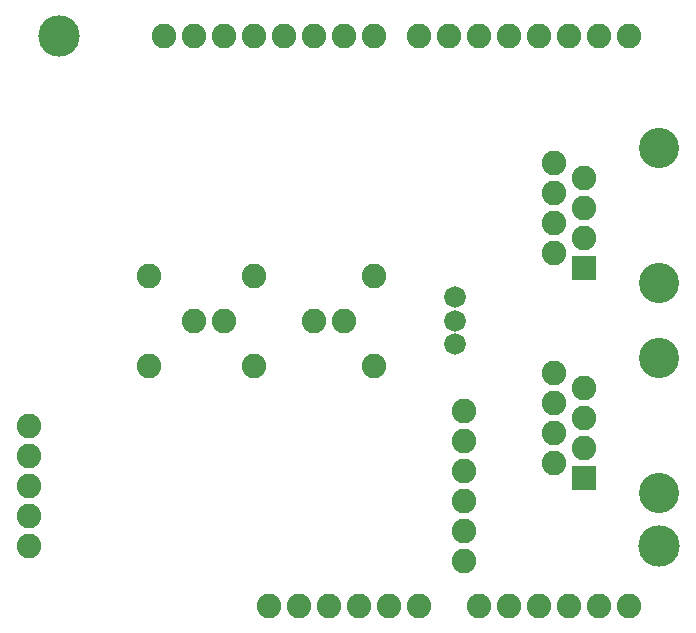
<source format=gbs>
G75*
G70*
%OFA0B0*%
%FSLAX24Y24*%
%IPPOS*%
%LPD*%
%AMOC8*
5,1,8,0,0,1.08239X$1,22.5*
%
%ADD10C,0.0820*%
%ADD11C,0.1380*%
%ADD12C,0.1340*%
%ADD13R,0.0820X0.0820*%
%ADD14C,0.0720*%
D10*
X007759Y003161D03*
X007759Y004161D03*
X007759Y005161D03*
X007759Y006161D03*
X007759Y007161D03*
X011759Y009161D03*
X013259Y010661D03*
X014259Y010661D03*
X015259Y009161D03*
X017259Y010661D03*
X018259Y010661D03*
X019259Y009161D03*
X022259Y007661D03*
X022259Y006661D03*
X022259Y005661D03*
X022259Y004661D03*
X022259Y003661D03*
X022259Y002661D03*
X022759Y001161D03*
X023759Y001161D03*
X024759Y001161D03*
X025759Y001161D03*
X026759Y001161D03*
X027759Y001161D03*
X020759Y001161D03*
X019759Y001161D03*
X018759Y001161D03*
X017759Y001161D03*
X016759Y001161D03*
X015759Y001161D03*
X025259Y005911D03*
X026259Y006411D03*
X025259Y006911D03*
X026259Y007411D03*
X025259Y007911D03*
X026259Y008411D03*
X025259Y008911D03*
X025259Y012911D03*
X026259Y013411D03*
X025259Y013911D03*
X026259Y014411D03*
X025259Y014911D03*
X026259Y015411D03*
X025259Y015911D03*
X019259Y012161D03*
X015259Y012161D03*
X011759Y012161D03*
X012259Y020161D03*
X013259Y020161D03*
X014259Y020161D03*
X015259Y020161D03*
X016259Y020161D03*
X017259Y020161D03*
X018259Y020161D03*
X019259Y020161D03*
X020759Y020161D03*
X021759Y020161D03*
X022759Y020161D03*
X023759Y020161D03*
X024759Y020161D03*
X025759Y020161D03*
X026759Y020161D03*
X027759Y020161D03*
D11*
X008759Y020161D03*
X028759Y003161D03*
D12*
X028759Y004911D03*
X028759Y009411D03*
X028759Y011911D03*
X028759Y016411D03*
D13*
X026259Y012411D03*
X026259Y005411D03*
D14*
X021975Y009874D03*
X021975Y010661D03*
X021975Y011449D03*
M02*

</source>
